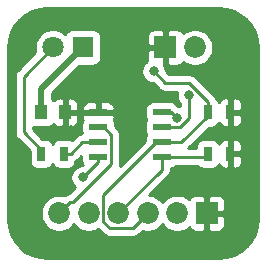
<source format=gbr>
G04 #@! TF.GenerationSoftware,KiCad,Pcbnew,5.1.4*
G04 #@! TF.CreationDate,2019-08-11T23:13:52-05:00*
G04 #@! TF.ProjectId,pic12f-garage-door,70696331-3266-42d6-9761-726167652d64,rev?*
G04 #@! TF.SameCoordinates,Original*
G04 #@! TF.FileFunction,Copper,L1,Top*
G04 #@! TF.FilePolarity,Positive*
%FSLAX46Y46*%
G04 Gerber Fmt 4.6, Leading zero omitted, Abs format (unit mm)*
G04 Created by KiCad (PCBNEW 5.1.4) date 2019-08-11 23:13:52*
%MOMM*%
%LPD*%
G04 APERTURE LIST*
%ADD10R,1.850000X1.850000*%
%ADD11C,1.850000*%
%ADD12R,1.550000X0.600000*%
%ADD13R,0.700000X1.300000*%
%ADD14R,1.800000X1.800000*%
%ADD15C,1.800000*%
%ADD16R,1.000000X1.250000*%
%ADD17C,0.800000*%
%ADD18C,0.500000*%
%ADD19C,0.250000*%
%ADD20C,0.254000*%
G04 APERTURE END LIST*
D10*
X120000000Y-50000000D03*
D11*
X122500000Y-50000000D03*
D10*
X123500000Y-64033400D03*
D11*
X121000000Y-64033400D03*
X118500000Y-64033400D03*
X116000000Y-64033400D03*
X113500000Y-64033400D03*
X111000000Y-64033400D03*
D12*
X114300000Y-55500000D03*
X114300000Y-56770000D03*
X114300000Y-58040000D03*
X114300000Y-59310000D03*
X119700000Y-59310000D03*
X119700000Y-58040000D03*
X119700000Y-56770000D03*
X119700000Y-55500000D03*
D13*
X109500000Y-59000000D03*
X111400000Y-59000000D03*
X123600000Y-59000000D03*
X125500000Y-59000000D03*
X123600000Y-55500000D03*
X125500000Y-55500000D03*
D14*
X113000000Y-50000000D03*
D15*
X110460000Y-50000000D03*
D16*
X109500000Y-55500000D03*
X111500000Y-55500000D03*
D17*
X120987347Y-55987347D03*
X112000000Y-57000000D03*
X113000000Y-61000000D03*
X121987347Y-54012653D03*
X119000000Y-52000000D03*
D18*
X109500000Y-53500000D02*
X113000000Y-50000000D01*
X109500000Y-55500000D02*
X109500000Y-53500000D01*
D19*
X119700000Y-55500000D02*
X120500000Y-55500000D01*
X120500000Y-55500000D02*
X120987347Y-55987347D01*
X109500000Y-58700000D02*
X108000000Y-57200000D01*
X109500000Y-59000000D02*
X109500000Y-58700000D01*
X108000000Y-52460000D02*
X110460000Y-50000000D01*
X108000000Y-57200000D02*
X108000000Y-52460000D01*
X114300000Y-59310000D02*
X114300000Y-59700000D01*
X114300000Y-59700000D02*
X113000000Y-61000000D01*
X119225000Y-56770000D02*
X119700000Y-56770000D01*
X120175000Y-56770000D02*
X119700000Y-56770000D01*
X119700000Y-56770000D02*
X120303002Y-56770000D01*
X122000000Y-55073002D02*
X122000000Y-54926998D01*
X122000000Y-54025306D02*
X121987347Y-54012653D01*
X119700000Y-56770000D02*
X121230000Y-56770000D01*
X121987347Y-56012653D02*
X121987347Y-54012653D01*
X121230000Y-56770000D02*
X121987347Y-56012653D01*
X123472000Y-55372000D02*
X123600000Y-55500000D01*
X117249999Y-65283401D02*
X115283401Y-65283401D01*
X118500000Y-64033400D02*
X117249999Y-65283401D01*
X114750000Y-62515000D02*
X119225000Y-58040000D01*
X119225000Y-58040000D02*
X119700000Y-58040000D01*
X114750000Y-64750000D02*
X114750000Y-62515000D01*
X115283401Y-65283401D02*
X114750000Y-64750000D01*
X119000000Y-52000000D02*
X120000000Y-53000000D01*
X120000000Y-53000000D02*
X122000000Y-53000000D01*
X123600000Y-54600000D02*
X123600000Y-55500000D01*
X122000000Y-53000000D02*
X123600000Y-54600000D01*
X119700000Y-58040000D02*
X120175000Y-58040000D01*
X123600000Y-55800000D02*
X123600000Y-55500000D01*
X121360000Y-58040000D02*
X123600000Y-55800000D01*
X119700000Y-58040000D02*
X121360000Y-58040000D01*
X123290000Y-59310000D02*
X123600000Y-59000000D01*
X119700000Y-59310000D02*
X123290000Y-59310000D01*
X119700000Y-60333400D02*
X119700000Y-59310000D01*
X116000000Y-64033400D02*
X119700000Y-60333400D01*
X115400001Y-57395001D02*
X114775000Y-56770000D01*
X114775000Y-56770000D02*
X114300000Y-56770000D01*
X115400001Y-59870001D02*
X115400001Y-57395001D01*
X112161601Y-63108401D02*
X115400001Y-59870001D01*
X111924999Y-63108401D02*
X112161601Y-63108401D01*
X111000000Y-64033400D02*
X111924999Y-63108401D01*
X112960000Y-58040000D02*
X113275000Y-58040000D01*
X113275000Y-58040000D02*
X114300000Y-58040000D01*
X112000000Y-59000000D02*
X112960000Y-58040000D01*
X111400000Y-59000000D02*
X112000000Y-59000000D01*
D20*
G36*
X125148126Y-46726714D02*
G01*
X125771572Y-46914943D01*
X126346579Y-47220681D01*
X126851247Y-47632279D01*
X127266362Y-48134067D01*
X127576105Y-48706924D01*
X127768682Y-49329039D01*
X127840001Y-50007593D01*
X127840000Y-52467581D01*
X127840000Y-52467582D01*
X127840001Y-64467711D01*
X127773286Y-65148126D01*
X127585057Y-65771570D01*
X127279323Y-66346573D01*
X126867721Y-66851248D01*
X126365933Y-67266362D01*
X125793077Y-67576104D01*
X125170961Y-67768682D01*
X124492417Y-67840000D01*
X110032279Y-67840000D01*
X109351874Y-67773286D01*
X108728430Y-67585057D01*
X108153427Y-67279323D01*
X107648752Y-66867721D01*
X107233638Y-66365933D01*
X106923896Y-65793077D01*
X106731318Y-65170961D01*
X106660000Y-64492417D01*
X106660000Y-52460000D01*
X107236324Y-52460000D01*
X107240001Y-52497332D01*
X107240000Y-57162677D01*
X107236324Y-57200000D01*
X107240000Y-57237322D01*
X107240000Y-57237332D01*
X107250997Y-57348985D01*
X107264956Y-57395001D01*
X107294454Y-57492246D01*
X107365026Y-57624276D01*
X107393936Y-57659502D01*
X107459999Y-57740001D01*
X107489003Y-57763804D01*
X108511928Y-58786730D01*
X108511928Y-59650000D01*
X108524188Y-59774482D01*
X108560498Y-59894180D01*
X108619463Y-60004494D01*
X108698815Y-60101185D01*
X108795506Y-60180537D01*
X108905820Y-60239502D01*
X109025518Y-60275812D01*
X109150000Y-60288072D01*
X109850000Y-60288072D01*
X109974482Y-60275812D01*
X110094180Y-60239502D01*
X110204494Y-60180537D01*
X110301185Y-60101185D01*
X110380537Y-60004494D01*
X110439502Y-59894180D01*
X110450000Y-59859573D01*
X110460498Y-59894180D01*
X110519463Y-60004494D01*
X110598815Y-60101185D01*
X110695506Y-60180537D01*
X110805820Y-60239502D01*
X110925518Y-60275812D01*
X111050000Y-60288072D01*
X111750000Y-60288072D01*
X111874482Y-60275812D01*
X111994180Y-60239502D01*
X112104494Y-60180537D01*
X112201185Y-60101185D01*
X112280537Y-60004494D01*
X112339502Y-59894180D01*
X112375812Y-59774482D01*
X112387622Y-59654566D01*
X112424276Y-59634974D01*
X112540001Y-59540001D01*
X112563804Y-59510998D01*
X112886928Y-59187873D01*
X112886928Y-59610000D01*
X112899188Y-59734482D01*
X112935498Y-59854180D01*
X112982704Y-59942495D01*
X112960199Y-59965000D01*
X112898061Y-59965000D01*
X112698102Y-60004774D01*
X112509744Y-60082795D01*
X112340226Y-60196063D01*
X112196063Y-60340226D01*
X112082795Y-60509744D01*
X112004774Y-60698102D01*
X111965000Y-60898061D01*
X111965000Y-61101939D01*
X112004774Y-61301898D01*
X112082795Y-61490256D01*
X112196063Y-61659774D01*
X112340226Y-61803937D01*
X112370821Y-61824380D01*
X111842335Y-62352866D01*
X111776013Y-62359398D01*
X111632752Y-62402855D01*
X111500722Y-62473427D01*
X111433038Y-62528974D01*
X111153647Y-62473400D01*
X110846353Y-62473400D01*
X110544965Y-62533350D01*
X110261063Y-62650946D01*
X110005558Y-62821669D01*
X109788269Y-63038958D01*
X109617546Y-63294463D01*
X109499950Y-63578365D01*
X109440000Y-63879753D01*
X109440000Y-64187047D01*
X109499950Y-64488435D01*
X109617546Y-64772337D01*
X109788269Y-65027842D01*
X110005558Y-65245131D01*
X110261063Y-65415854D01*
X110544965Y-65533450D01*
X110846353Y-65593400D01*
X111153647Y-65593400D01*
X111455035Y-65533450D01*
X111738937Y-65415854D01*
X111994442Y-65245131D01*
X112211731Y-65027842D01*
X112250000Y-64970568D01*
X112288269Y-65027842D01*
X112505558Y-65245131D01*
X112761063Y-65415854D01*
X113044965Y-65533450D01*
X113346353Y-65593400D01*
X113653647Y-65593400D01*
X113955035Y-65533450D01*
X114238937Y-65415854D01*
X114300151Y-65374952D01*
X114719601Y-65794403D01*
X114743400Y-65823402D01*
X114772398Y-65847200D01*
X114859124Y-65918375D01*
X114976425Y-65981074D01*
X114991154Y-65988947D01*
X115134415Y-66032404D01*
X115246068Y-66043401D01*
X115246078Y-66043401D01*
X115283401Y-66047077D01*
X115320724Y-66043401D01*
X117212677Y-66043401D01*
X117249999Y-66047077D01*
X117287321Y-66043401D01*
X117287332Y-66043401D01*
X117398985Y-66032404D01*
X117542246Y-65988947D01*
X117674275Y-65918375D01*
X117790000Y-65823402D01*
X117813803Y-65794398D01*
X118069809Y-65538392D01*
X118346353Y-65593400D01*
X118653647Y-65593400D01*
X118955035Y-65533450D01*
X119238937Y-65415854D01*
X119494442Y-65245131D01*
X119711731Y-65027842D01*
X119750000Y-64970568D01*
X119788269Y-65027842D01*
X120005558Y-65245131D01*
X120261063Y-65415854D01*
X120544965Y-65533450D01*
X120846353Y-65593400D01*
X121153647Y-65593400D01*
X121455035Y-65533450D01*
X121738937Y-65415854D01*
X121994442Y-65245131D01*
X122003435Y-65236138D01*
X122044463Y-65312894D01*
X122123815Y-65409585D01*
X122220506Y-65488937D01*
X122330820Y-65547902D01*
X122450518Y-65584212D01*
X122575000Y-65596472D01*
X123214250Y-65593400D01*
X123373000Y-65434650D01*
X123373000Y-64160400D01*
X123627000Y-64160400D01*
X123627000Y-65434650D01*
X123785750Y-65593400D01*
X124425000Y-65596472D01*
X124549482Y-65584212D01*
X124669180Y-65547902D01*
X124779494Y-65488937D01*
X124876185Y-65409585D01*
X124955537Y-65312894D01*
X125014502Y-65202580D01*
X125050812Y-65082882D01*
X125063072Y-64958400D01*
X125060000Y-64319150D01*
X124901250Y-64160400D01*
X123627000Y-64160400D01*
X123373000Y-64160400D01*
X123353000Y-64160400D01*
X123353000Y-63906400D01*
X123373000Y-63906400D01*
X123373000Y-62632150D01*
X123627000Y-62632150D01*
X123627000Y-63906400D01*
X124901250Y-63906400D01*
X125060000Y-63747650D01*
X125063072Y-63108400D01*
X125050812Y-62983918D01*
X125014502Y-62864220D01*
X124955537Y-62753906D01*
X124876185Y-62657215D01*
X124779494Y-62577863D01*
X124669180Y-62518898D01*
X124549482Y-62482588D01*
X124425000Y-62470328D01*
X123785750Y-62473400D01*
X123627000Y-62632150D01*
X123373000Y-62632150D01*
X123214250Y-62473400D01*
X122575000Y-62470328D01*
X122450518Y-62482588D01*
X122330820Y-62518898D01*
X122220506Y-62577863D01*
X122123815Y-62657215D01*
X122044463Y-62753906D01*
X122003435Y-62830662D01*
X121994442Y-62821669D01*
X121738937Y-62650946D01*
X121455035Y-62533350D01*
X121153647Y-62473400D01*
X120846353Y-62473400D01*
X120544965Y-62533350D01*
X120261063Y-62650946D01*
X120005558Y-62821669D01*
X119788269Y-63038958D01*
X119750000Y-63096232D01*
X119711731Y-63038958D01*
X119494442Y-62821669D01*
X119238937Y-62650946D01*
X118955035Y-62533350D01*
X118653647Y-62473400D01*
X118634802Y-62473400D01*
X120211004Y-60897198D01*
X120240001Y-60873401D01*
X120334974Y-60757676D01*
X120405546Y-60625647D01*
X120449003Y-60482386D01*
X120460000Y-60370733D01*
X120460000Y-60370724D01*
X120463676Y-60333401D01*
X120460000Y-60296078D01*
X120460000Y-60248072D01*
X120475000Y-60248072D01*
X120599482Y-60235812D01*
X120719180Y-60199502D01*
X120829494Y-60140537D01*
X120915444Y-60070000D01*
X122773222Y-60070000D01*
X122798815Y-60101185D01*
X122895506Y-60180537D01*
X123005820Y-60239502D01*
X123125518Y-60275812D01*
X123250000Y-60288072D01*
X123950000Y-60288072D01*
X124074482Y-60275812D01*
X124194180Y-60239502D01*
X124304494Y-60180537D01*
X124401185Y-60101185D01*
X124480537Y-60004494D01*
X124539502Y-59894180D01*
X124550000Y-59859573D01*
X124560498Y-59894180D01*
X124619463Y-60004494D01*
X124698815Y-60101185D01*
X124795506Y-60180537D01*
X124905820Y-60239502D01*
X125025518Y-60275812D01*
X125150000Y-60288072D01*
X125214250Y-60285000D01*
X125373000Y-60126250D01*
X125373000Y-59127000D01*
X125627000Y-59127000D01*
X125627000Y-60126250D01*
X125785750Y-60285000D01*
X125850000Y-60288072D01*
X125974482Y-60275812D01*
X126094180Y-60239502D01*
X126204494Y-60180537D01*
X126301185Y-60101185D01*
X126380537Y-60004494D01*
X126439502Y-59894180D01*
X126475812Y-59774482D01*
X126488072Y-59650000D01*
X126485000Y-59285750D01*
X126326250Y-59127000D01*
X125627000Y-59127000D01*
X125373000Y-59127000D01*
X125353000Y-59127000D01*
X125353000Y-58873000D01*
X125373000Y-58873000D01*
X125373000Y-57873750D01*
X125627000Y-57873750D01*
X125627000Y-58873000D01*
X126326250Y-58873000D01*
X126485000Y-58714250D01*
X126488072Y-58350000D01*
X126475812Y-58225518D01*
X126439502Y-58105820D01*
X126380537Y-57995506D01*
X126301185Y-57898815D01*
X126204494Y-57819463D01*
X126094180Y-57760498D01*
X125974482Y-57724188D01*
X125850000Y-57711928D01*
X125785750Y-57715000D01*
X125627000Y-57873750D01*
X125373000Y-57873750D01*
X125214250Y-57715000D01*
X125150000Y-57711928D01*
X125025518Y-57724188D01*
X124905820Y-57760498D01*
X124795506Y-57819463D01*
X124698815Y-57898815D01*
X124619463Y-57995506D01*
X124560498Y-58105820D01*
X124550000Y-58140427D01*
X124539502Y-58105820D01*
X124480537Y-57995506D01*
X124401185Y-57898815D01*
X124304494Y-57819463D01*
X124194180Y-57760498D01*
X124074482Y-57724188D01*
X123950000Y-57711928D01*
X123250000Y-57711928D01*
X123125518Y-57724188D01*
X123005820Y-57760498D01*
X122895506Y-57819463D01*
X122798815Y-57898815D01*
X122719463Y-57995506D01*
X122660498Y-58105820D01*
X122624188Y-58225518D01*
X122611928Y-58350000D01*
X122611928Y-58550000D01*
X121924801Y-58550000D01*
X123686731Y-56788072D01*
X123950000Y-56788072D01*
X124074482Y-56775812D01*
X124194180Y-56739502D01*
X124304494Y-56680537D01*
X124401185Y-56601185D01*
X124480537Y-56504494D01*
X124539502Y-56394180D01*
X124550000Y-56359573D01*
X124560498Y-56394180D01*
X124619463Y-56504494D01*
X124698815Y-56601185D01*
X124795506Y-56680537D01*
X124905820Y-56739502D01*
X125025518Y-56775812D01*
X125150000Y-56788072D01*
X125214250Y-56785000D01*
X125373000Y-56626250D01*
X125373000Y-55627000D01*
X125627000Y-55627000D01*
X125627000Y-56626250D01*
X125785750Y-56785000D01*
X125850000Y-56788072D01*
X125974482Y-56775812D01*
X126094180Y-56739502D01*
X126204494Y-56680537D01*
X126301185Y-56601185D01*
X126380537Y-56504494D01*
X126439502Y-56394180D01*
X126475812Y-56274482D01*
X126488072Y-56150000D01*
X126485000Y-55785750D01*
X126326250Y-55627000D01*
X125627000Y-55627000D01*
X125373000Y-55627000D01*
X125353000Y-55627000D01*
X125353000Y-55373000D01*
X125373000Y-55373000D01*
X125373000Y-54373750D01*
X125627000Y-54373750D01*
X125627000Y-55373000D01*
X126326250Y-55373000D01*
X126485000Y-55214250D01*
X126488072Y-54850000D01*
X126475812Y-54725518D01*
X126439502Y-54605820D01*
X126380537Y-54495506D01*
X126301185Y-54398815D01*
X126204494Y-54319463D01*
X126094180Y-54260498D01*
X125974482Y-54224188D01*
X125850000Y-54211928D01*
X125785750Y-54215000D01*
X125627000Y-54373750D01*
X125373000Y-54373750D01*
X125214250Y-54215000D01*
X125150000Y-54211928D01*
X125025518Y-54224188D01*
X124905820Y-54260498D01*
X124795506Y-54319463D01*
X124698815Y-54398815D01*
X124619463Y-54495506D01*
X124560498Y-54605820D01*
X124550000Y-54640427D01*
X124539502Y-54605820D01*
X124480537Y-54495506D01*
X124401185Y-54398815D01*
X124310624Y-54324494D01*
X124305546Y-54307753D01*
X124234974Y-54175724D01*
X124140001Y-54059999D01*
X124111004Y-54036202D01*
X122563804Y-52489003D01*
X122540001Y-52459999D01*
X122424276Y-52365026D01*
X122292247Y-52294454D01*
X122148986Y-52250997D01*
X122037333Y-52240000D01*
X122037322Y-52240000D01*
X122000000Y-52236324D01*
X121962678Y-52240000D01*
X120314802Y-52240000D01*
X120035000Y-51960199D01*
X120035000Y-51898061D01*
X119995226Y-51698102D01*
X119917205Y-51509744D01*
X119856042Y-51418208D01*
X119873000Y-51401250D01*
X119873000Y-50127000D01*
X118598750Y-50127000D01*
X118440000Y-50285750D01*
X118436928Y-50925000D01*
X118449188Y-51049482D01*
X118467796Y-51110824D01*
X118340226Y-51196063D01*
X118196063Y-51340226D01*
X118082795Y-51509744D01*
X118004774Y-51698102D01*
X117965000Y-51898061D01*
X117965000Y-52101939D01*
X118004774Y-52301898D01*
X118082795Y-52490256D01*
X118196063Y-52659774D01*
X118340226Y-52803937D01*
X118509744Y-52917205D01*
X118698102Y-52995226D01*
X118898061Y-53035000D01*
X118960199Y-53035000D01*
X119436200Y-53511002D01*
X119459999Y-53540001D01*
X119488997Y-53563799D01*
X119575724Y-53634974D01*
X119707753Y-53705546D01*
X119851014Y-53749003D01*
X120000000Y-53763677D01*
X120037333Y-53760000D01*
X120982326Y-53760000D01*
X120952347Y-53910714D01*
X120952347Y-54114592D01*
X120992121Y-54314551D01*
X121070142Y-54502909D01*
X121183410Y-54672427D01*
X121227348Y-54716365D01*
X121227348Y-54979809D01*
X121089286Y-54952347D01*
X121062646Y-54952347D01*
X121005537Y-54845506D01*
X120926185Y-54748815D01*
X120829494Y-54669463D01*
X120719180Y-54610498D01*
X120599482Y-54574188D01*
X120475000Y-54561928D01*
X118925000Y-54561928D01*
X118800518Y-54574188D01*
X118680820Y-54610498D01*
X118570506Y-54669463D01*
X118473815Y-54748815D01*
X118394463Y-54845506D01*
X118335498Y-54955820D01*
X118299188Y-55075518D01*
X118286928Y-55200000D01*
X118286928Y-55800000D01*
X118299188Y-55924482D01*
X118335498Y-56044180D01*
X118384043Y-56135000D01*
X118335498Y-56225820D01*
X118299188Y-56345518D01*
X118286928Y-56470000D01*
X118286928Y-57070000D01*
X118299188Y-57194482D01*
X118335498Y-57314180D01*
X118384043Y-57405000D01*
X118335498Y-57495820D01*
X118299188Y-57615518D01*
X118286928Y-57740000D01*
X118286928Y-57903270D01*
X116139334Y-60050864D01*
X116149004Y-60018987D01*
X116160001Y-59907334D01*
X116160001Y-59907325D01*
X116163677Y-59870002D01*
X116160001Y-59832679D01*
X116160001Y-57432324D01*
X116163677Y-57395001D01*
X116160001Y-57357678D01*
X116160001Y-57357668D01*
X116149004Y-57246015D01*
X116105547Y-57102754D01*
X116041308Y-56982573D01*
X116034975Y-56970724D01*
X115963800Y-56883998D01*
X115940002Y-56855000D01*
X115911003Y-56831201D01*
X115713072Y-56633270D01*
X115713072Y-56470000D01*
X115700812Y-56345518D01*
X115664502Y-56225820D01*
X115615957Y-56135000D01*
X115664502Y-56044180D01*
X115700812Y-55924482D01*
X115713072Y-55800000D01*
X115710000Y-55785750D01*
X115551250Y-55627000D01*
X114427000Y-55627000D01*
X114427000Y-55647000D01*
X114173000Y-55647000D01*
X114173000Y-55627000D01*
X113048750Y-55627000D01*
X112890000Y-55785750D01*
X112886928Y-55800000D01*
X112899188Y-55924482D01*
X112935498Y-56044180D01*
X112984043Y-56135000D01*
X112935498Y-56225820D01*
X112899188Y-56345518D01*
X112886928Y-56470000D01*
X112886928Y-57070000D01*
X112899188Y-57194482D01*
X112925058Y-57279765D01*
X112922677Y-57280000D01*
X112922667Y-57280000D01*
X112811014Y-57290997D01*
X112669912Y-57333799D01*
X112667753Y-57334454D01*
X112535723Y-57405026D01*
X112452083Y-57473668D01*
X112419999Y-57499999D01*
X112396201Y-57528997D01*
X112105176Y-57820023D01*
X112104494Y-57819463D01*
X111994180Y-57760498D01*
X111874482Y-57724188D01*
X111750000Y-57711928D01*
X111050000Y-57711928D01*
X110925518Y-57724188D01*
X110805820Y-57760498D01*
X110695506Y-57819463D01*
X110598815Y-57898815D01*
X110519463Y-57995506D01*
X110460498Y-58105820D01*
X110450000Y-58140427D01*
X110439502Y-58105820D01*
X110380537Y-57995506D01*
X110301185Y-57898815D01*
X110204494Y-57819463D01*
X110094180Y-57760498D01*
X109974482Y-57724188D01*
X109850000Y-57711928D01*
X109586730Y-57711928D01*
X108760000Y-56885199D01*
X108760000Y-56715770D01*
X108875518Y-56750812D01*
X109000000Y-56763072D01*
X110000000Y-56763072D01*
X110124482Y-56750812D01*
X110244180Y-56714502D01*
X110354494Y-56655537D01*
X110451185Y-56576185D01*
X110500000Y-56516704D01*
X110548815Y-56576185D01*
X110645506Y-56655537D01*
X110755820Y-56714502D01*
X110875518Y-56750812D01*
X111000000Y-56763072D01*
X111214250Y-56760000D01*
X111373000Y-56601250D01*
X111373000Y-55627000D01*
X111627000Y-55627000D01*
X111627000Y-56601250D01*
X111785750Y-56760000D01*
X112000000Y-56763072D01*
X112124482Y-56750812D01*
X112244180Y-56714502D01*
X112354494Y-56655537D01*
X112451185Y-56576185D01*
X112530537Y-56479494D01*
X112589502Y-56369180D01*
X112625812Y-56249482D01*
X112638072Y-56125000D01*
X112635000Y-55785750D01*
X112476250Y-55627000D01*
X111627000Y-55627000D01*
X111373000Y-55627000D01*
X111353000Y-55627000D01*
X111353000Y-55373000D01*
X111373000Y-55373000D01*
X111373000Y-54398750D01*
X111627000Y-54398750D01*
X111627000Y-55373000D01*
X112476250Y-55373000D01*
X112635000Y-55214250D01*
X112635129Y-55200000D01*
X112886928Y-55200000D01*
X112890000Y-55214250D01*
X113048750Y-55373000D01*
X114173000Y-55373000D01*
X114173000Y-54723750D01*
X114427000Y-54723750D01*
X114427000Y-55373000D01*
X115551250Y-55373000D01*
X115710000Y-55214250D01*
X115713072Y-55200000D01*
X115700812Y-55075518D01*
X115664502Y-54955820D01*
X115605537Y-54845506D01*
X115526185Y-54748815D01*
X115429494Y-54669463D01*
X115319180Y-54610498D01*
X115199482Y-54574188D01*
X115075000Y-54561928D01*
X114585750Y-54565000D01*
X114427000Y-54723750D01*
X114173000Y-54723750D01*
X114014250Y-54565000D01*
X113525000Y-54561928D01*
X113400518Y-54574188D01*
X113280820Y-54610498D01*
X113170506Y-54669463D01*
X113073815Y-54748815D01*
X112994463Y-54845506D01*
X112935498Y-54955820D01*
X112899188Y-55075518D01*
X112886928Y-55200000D01*
X112635129Y-55200000D01*
X112638072Y-54875000D01*
X112625812Y-54750518D01*
X112589502Y-54630820D01*
X112530537Y-54520506D01*
X112451185Y-54423815D01*
X112354494Y-54344463D01*
X112244180Y-54285498D01*
X112124482Y-54249188D01*
X112000000Y-54236928D01*
X111785750Y-54240000D01*
X111627000Y-54398750D01*
X111373000Y-54398750D01*
X111214250Y-54240000D01*
X111000000Y-54236928D01*
X110875518Y-54249188D01*
X110755820Y-54285498D01*
X110645506Y-54344463D01*
X110548815Y-54423815D01*
X110500000Y-54483296D01*
X110451185Y-54423815D01*
X110385000Y-54369499D01*
X110385000Y-53866578D01*
X112713507Y-51538072D01*
X113900000Y-51538072D01*
X114024482Y-51525812D01*
X114144180Y-51489502D01*
X114254494Y-51430537D01*
X114351185Y-51351185D01*
X114430537Y-51254494D01*
X114489502Y-51144180D01*
X114525812Y-51024482D01*
X114538072Y-50900000D01*
X114538072Y-49100000D01*
X114535610Y-49075000D01*
X118436928Y-49075000D01*
X118440000Y-49714250D01*
X118598750Y-49873000D01*
X119873000Y-49873000D01*
X119873000Y-48598750D01*
X120127000Y-48598750D01*
X120127000Y-49873000D01*
X120147000Y-49873000D01*
X120147000Y-50127000D01*
X120127000Y-50127000D01*
X120127000Y-51401250D01*
X120285750Y-51560000D01*
X120925000Y-51563072D01*
X121049482Y-51550812D01*
X121169180Y-51514502D01*
X121279494Y-51455537D01*
X121376185Y-51376185D01*
X121455537Y-51279494D01*
X121496565Y-51202738D01*
X121505558Y-51211731D01*
X121761063Y-51382454D01*
X122044965Y-51500050D01*
X122346353Y-51560000D01*
X122653647Y-51560000D01*
X122955035Y-51500050D01*
X123238937Y-51382454D01*
X123494442Y-51211731D01*
X123711731Y-50994442D01*
X123882454Y-50738937D01*
X124000050Y-50455035D01*
X124060000Y-50153647D01*
X124060000Y-49846353D01*
X124000050Y-49544965D01*
X123882454Y-49261063D01*
X123711731Y-49005558D01*
X123494442Y-48788269D01*
X123238937Y-48617546D01*
X122955035Y-48499950D01*
X122653647Y-48440000D01*
X122346353Y-48440000D01*
X122044965Y-48499950D01*
X121761063Y-48617546D01*
X121505558Y-48788269D01*
X121496565Y-48797262D01*
X121455537Y-48720506D01*
X121376185Y-48623815D01*
X121279494Y-48544463D01*
X121169180Y-48485498D01*
X121049482Y-48449188D01*
X120925000Y-48436928D01*
X120285750Y-48440000D01*
X120127000Y-48598750D01*
X119873000Y-48598750D01*
X119714250Y-48440000D01*
X119075000Y-48436928D01*
X118950518Y-48449188D01*
X118830820Y-48485498D01*
X118720506Y-48544463D01*
X118623815Y-48623815D01*
X118544463Y-48720506D01*
X118485498Y-48830820D01*
X118449188Y-48950518D01*
X118436928Y-49075000D01*
X114535610Y-49075000D01*
X114525812Y-48975518D01*
X114489502Y-48855820D01*
X114430537Y-48745506D01*
X114351185Y-48648815D01*
X114254494Y-48569463D01*
X114144180Y-48510498D01*
X114024482Y-48474188D01*
X113900000Y-48461928D01*
X112100000Y-48461928D01*
X111975518Y-48474188D01*
X111855820Y-48510498D01*
X111745506Y-48569463D01*
X111648815Y-48648815D01*
X111569463Y-48745506D01*
X111510498Y-48855820D01*
X111504944Y-48874127D01*
X111438505Y-48807688D01*
X111187095Y-48639701D01*
X110907743Y-48523989D01*
X110611184Y-48465000D01*
X110308816Y-48465000D01*
X110012257Y-48523989D01*
X109732905Y-48639701D01*
X109481495Y-48807688D01*
X109267688Y-49021495D01*
X109099701Y-49272905D01*
X108983989Y-49552257D01*
X108925000Y-49848816D01*
X108925000Y-50151184D01*
X108976269Y-50408930D01*
X107488998Y-51896201D01*
X107460000Y-51919999D01*
X107436202Y-51948997D01*
X107436201Y-51948998D01*
X107365026Y-52035724D01*
X107294454Y-52167754D01*
X107272539Y-52240000D01*
X107250998Y-52311014D01*
X107240001Y-52422667D01*
X107236324Y-52460000D01*
X106660000Y-52460000D01*
X106660000Y-50032278D01*
X106726714Y-49351874D01*
X106914943Y-48728428D01*
X107220681Y-48153421D01*
X107632279Y-47648753D01*
X108134067Y-47233638D01*
X108706924Y-46923895D01*
X109329039Y-46731318D01*
X110007584Y-46660000D01*
X124467722Y-46660000D01*
X125148126Y-46726714D01*
X125148126Y-46726714D01*
G37*
X125148126Y-46726714D02*
X125771572Y-46914943D01*
X126346579Y-47220681D01*
X126851247Y-47632279D01*
X127266362Y-48134067D01*
X127576105Y-48706924D01*
X127768682Y-49329039D01*
X127840001Y-50007593D01*
X127840000Y-52467581D01*
X127840000Y-52467582D01*
X127840001Y-64467711D01*
X127773286Y-65148126D01*
X127585057Y-65771570D01*
X127279323Y-66346573D01*
X126867721Y-66851248D01*
X126365933Y-67266362D01*
X125793077Y-67576104D01*
X125170961Y-67768682D01*
X124492417Y-67840000D01*
X110032279Y-67840000D01*
X109351874Y-67773286D01*
X108728430Y-67585057D01*
X108153427Y-67279323D01*
X107648752Y-66867721D01*
X107233638Y-66365933D01*
X106923896Y-65793077D01*
X106731318Y-65170961D01*
X106660000Y-64492417D01*
X106660000Y-52460000D01*
X107236324Y-52460000D01*
X107240001Y-52497332D01*
X107240000Y-57162677D01*
X107236324Y-57200000D01*
X107240000Y-57237322D01*
X107240000Y-57237332D01*
X107250997Y-57348985D01*
X107264956Y-57395001D01*
X107294454Y-57492246D01*
X107365026Y-57624276D01*
X107393936Y-57659502D01*
X107459999Y-57740001D01*
X107489003Y-57763804D01*
X108511928Y-58786730D01*
X108511928Y-59650000D01*
X108524188Y-59774482D01*
X108560498Y-59894180D01*
X108619463Y-60004494D01*
X108698815Y-60101185D01*
X108795506Y-60180537D01*
X108905820Y-60239502D01*
X109025518Y-60275812D01*
X109150000Y-60288072D01*
X109850000Y-60288072D01*
X109974482Y-60275812D01*
X110094180Y-60239502D01*
X110204494Y-60180537D01*
X110301185Y-60101185D01*
X110380537Y-60004494D01*
X110439502Y-59894180D01*
X110450000Y-59859573D01*
X110460498Y-59894180D01*
X110519463Y-60004494D01*
X110598815Y-60101185D01*
X110695506Y-60180537D01*
X110805820Y-60239502D01*
X110925518Y-60275812D01*
X111050000Y-60288072D01*
X111750000Y-60288072D01*
X111874482Y-60275812D01*
X111994180Y-60239502D01*
X112104494Y-60180537D01*
X112201185Y-60101185D01*
X112280537Y-60004494D01*
X112339502Y-59894180D01*
X112375812Y-59774482D01*
X112387622Y-59654566D01*
X112424276Y-59634974D01*
X112540001Y-59540001D01*
X112563804Y-59510998D01*
X112886928Y-59187873D01*
X112886928Y-59610000D01*
X112899188Y-59734482D01*
X112935498Y-59854180D01*
X112982704Y-59942495D01*
X112960199Y-59965000D01*
X112898061Y-59965000D01*
X112698102Y-60004774D01*
X112509744Y-60082795D01*
X112340226Y-60196063D01*
X112196063Y-60340226D01*
X112082795Y-60509744D01*
X112004774Y-60698102D01*
X111965000Y-60898061D01*
X111965000Y-61101939D01*
X112004774Y-61301898D01*
X112082795Y-61490256D01*
X112196063Y-61659774D01*
X112340226Y-61803937D01*
X112370821Y-61824380D01*
X111842335Y-62352866D01*
X111776013Y-62359398D01*
X111632752Y-62402855D01*
X111500722Y-62473427D01*
X111433038Y-62528974D01*
X111153647Y-62473400D01*
X110846353Y-62473400D01*
X110544965Y-62533350D01*
X110261063Y-62650946D01*
X110005558Y-62821669D01*
X109788269Y-63038958D01*
X109617546Y-63294463D01*
X109499950Y-63578365D01*
X109440000Y-63879753D01*
X109440000Y-64187047D01*
X109499950Y-64488435D01*
X109617546Y-64772337D01*
X109788269Y-65027842D01*
X110005558Y-65245131D01*
X110261063Y-65415854D01*
X110544965Y-65533450D01*
X110846353Y-65593400D01*
X111153647Y-65593400D01*
X111455035Y-65533450D01*
X111738937Y-65415854D01*
X111994442Y-65245131D01*
X112211731Y-65027842D01*
X112250000Y-64970568D01*
X112288269Y-65027842D01*
X112505558Y-65245131D01*
X112761063Y-65415854D01*
X113044965Y-65533450D01*
X113346353Y-65593400D01*
X113653647Y-65593400D01*
X113955035Y-65533450D01*
X114238937Y-65415854D01*
X114300151Y-65374952D01*
X114719601Y-65794403D01*
X114743400Y-65823402D01*
X114772398Y-65847200D01*
X114859124Y-65918375D01*
X114976425Y-65981074D01*
X114991154Y-65988947D01*
X115134415Y-66032404D01*
X115246068Y-66043401D01*
X115246078Y-66043401D01*
X115283401Y-66047077D01*
X115320724Y-66043401D01*
X117212677Y-66043401D01*
X117249999Y-66047077D01*
X117287321Y-66043401D01*
X117287332Y-66043401D01*
X117398985Y-66032404D01*
X117542246Y-65988947D01*
X117674275Y-65918375D01*
X117790000Y-65823402D01*
X117813803Y-65794398D01*
X118069809Y-65538392D01*
X118346353Y-65593400D01*
X118653647Y-65593400D01*
X118955035Y-65533450D01*
X119238937Y-65415854D01*
X119494442Y-65245131D01*
X119711731Y-65027842D01*
X119750000Y-64970568D01*
X119788269Y-65027842D01*
X120005558Y-65245131D01*
X120261063Y-65415854D01*
X120544965Y-65533450D01*
X120846353Y-65593400D01*
X121153647Y-65593400D01*
X121455035Y-65533450D01*
X121738937Y-65415854D01*
X121994442Y-65245131D01*
X122003435Y-65236138D01*
X122044463Y-65312894D01*
X122123815Y-65409585D01*
X122220506Y-65488937D01*
X122330820Y-65547902D01*
X122450518Y-65584212D01*
X122575000Y-65596472D01*
X123214250Y-65593400D01*
X123373000Y-65434650D01*
X123373000Y-64160400D01*
X123627000Y-64160400D01*
X123627000Y-65434650D01*
X123785750Y-65593400D01*
X124425000Y-65596472D01*
X124549482Y-65584212D01*
X124669180Y-65547902D01*
X124779494Y-65488937D01*
X124876185Y-65409585D01*
X124955537Y-65312894D01*
X125014502Y-65202580D01*
X125050812Y-65082882D01*
X125063072Y-64958400D01*
X125060000Y-64319150D01*
X124901250Y-64160400D01*
X123627000Y-64160400D01*
X123373000Y-64160400D01*
X123353000Y-64160400D01*
X123353000Y-63906400D01*
X123373000Y-63906400D01*
X123373000Y-62632150D01*
X123627000Y-62632150D01*
X123627000Y-63906400D01*
X124901250Y-63906400D01*
X125060000Y-63747650D01*
X125063072Y-63108400D01*
X125050812Y-62983918D01*
X125014502Y-62864220D01*
X124955537Y-62753906D01*
X124876185Y-62657215D01*
X124779494Y-62577863D01*
X124669180Y-62518898D01*
X124549482Y-62482588D01*
X124425000Y-62470328D01*
X123785750Y-62473400D01*
X123627000Y-62632150D01*
X123373000Y-62632150D01*
X123214250Y-62473400D01*
X122575000Y-62470328D01*
X122450518Y-62482588D01*
X122330820Y-62518898D01*
X122220506Y-62577863D01*
X122123815Y-62657215D01*
X122044463Y-62753906D01*
X122003435Y-62830662D01*
X121994442Y-62821669D01*
X121738937Y-62650946D01*
X121455035Y-62533350D01*
X121153647Y-62473400D01*
X120846353Y-62473400D01*
X120544965Y-62533350D01*
X120261063Y-62650946D01*
X120005558Y-62821669D01*
X119788269Y-63038958D01*
X119750000Y-63096232D01*
X119711731Y-63038958D01*
X119494442Y-62821669D01*
X119238937Y-62650946D01*
X118955035Y-62533350D01*
X118653647Y-62473400D01*
X118634802Y-62473400D01*
X120211004Y-60897198D01*
X120240001Y-60873401D01*
X120334974Y-60757676D01*
X120405546Y-60625647D01*
X120449003Y-60482386D01*
X120460000Y-60370733D01*
X120460000Y-60370724D01*
X120463676Y-60333401D01*
X120460000Y-60296078D01*
X120460000Y-60248072D01*
X120475000Y-60248072D01*
X120599482Y-60235812D01*
X120719180Y-60199502D01*
X120829494Y-60140537D01*
X120915444Y-60070000D01*
X122773222Y-60070000D01*
X122798815Y-60101185D01*
X122895506Y-60180537D01*
X123005820Y-60239502D01*
X123125518Y-60275812D01*
X123250000Y-60288072D01*
X123950000Y-60288072D01*
X124074482Y-60275812D01*
X124194180Y-60239502D01*
X124304494Y-60180537D01*
X124401185Y-60101185D01*
X124480537Y-60004494D01*
X124539502Y-59894180D01*
X124550000Y-59859573D01*
X124560498Y-59894180D01*
X124619463Y-60004494D01*
X124698815Y-60101185D01*
X124795506Y-60180537D01*
X124905820Y-60239502D01*
X125025518Y-60275812D01*
X125150000Y-60288072D01*
X125214250Y-60285000D01*
X125373000Y-60126250D01*
X125373000Y-59127000D01*
X125627000Y-59127000D01*
X125627000Y-60126250D01*
X125785750Y-60285000D01*
X125850000Y-60288072D01*
X125974482Y-60275812D01*
X126094180Y-60239502D01*
X126204494Y-60180537D01*
X126301185Y-60101185D01*
X126380537Y-60004494D01*
X126439502Y-59894180D01*
X126475812Y-59774482D01*
X126488072Y-59650000D01*
X126485000Y-59285750D01*
X126326250Y-59127000D01*
X125627000Y-59127000D01*
X125373000Y-59127000D01*
X125353000Y-59127000D01*
X125353000Y-58873000D01*
X125373000Y-58873000D01*
X125373000Y-57873750D01*
X125627000Y-57873750D01*
X125627000Y-58873000D01*
X126326250Y-58873000D01*
X126485000Y-58714250D01*
X126488072Y-58350000D01*
X126475812Y-58225518D01*
X126439502Y-58105820D01*
X126380537Y-57995506D01*
X126301185Y-57898815D01*
X126204494Y-57819463D01*
X126094180Y-57760498D01*
X125974482Y-57724188D01*
X125850000Y-57711928D01*
X125785750Y-57715000D01*
X125627000Y-57873750D01*
X125373000Y-57873750D01*
X125214250Y-57715000D01*
X125150000Y-57711928D01*
X125025518Y-57724188D01*
X124905820Y-57760498D01*
X124795506Y-57819463D01*
X124698815Y-57898815D01*
X124619463Y-57995506D01*
X124560498Y-58105820D01*
X124550000Y-58140427D01*
X124539502Y-58105820D01*
X124480537Y-57995506D01*
X124401185Y-57898815D01*
X124304494Y-57819463D01*
X124194180Y-57760498D01*
X124074482Y-57724188D01*
X123950000Y-57711928D01*
X123250000Y-57711928D01*
X123125518Y-57724188D01*
X123005820Y-57760498D01*
X122895506Y-57819463D01*
X122798815Y-57898815D01*
X122719463Y-57995506D01*
X122660498Y-58105820D01*
X122624188Y-58225518D01*
X122611928Y-58350000D01*
X122611928Y-58550000D01*
X121924801Y-58550000D01*
X123686731Y-56788072D01*
X123950000Y-56788072D01*
X124074482Y-56775812D01*
X124194180Y-56739502D01*
X124304494Y-56680537D01*
X124401185Y-56601185D01*
X124480537Y-56504494D01*
X124539502Y-56394180D01*
X124550000Y-56359573D01*
X124560498Y-56394180D01*
X124619463Y-56504494D01*
X124698815Y-56601185D01*
X124795506Y-56680537D01*
X124905820Y-56739502D01*
X125025518Y-56775812D01*
X125150000Y-56788072D01*
X125214250Y-56785000D01*
X125373000Y-56626250D01*
X125373000Y-55627000D01*
X125627000Y-55627000D01*
X125627000Y-56626250D01*
X125785750Y-56785000D01*
X125850000Y-56788072D01*
X125974482Y-56775812D01*
X126094180Y-56739502D01*
X126204494Y-56680537D01*
X126301185Y-56601185D01*
X126380537Y-56504494D01*
X126439502Y-56394180D01*
X126475812Y-56274482D01*
X126488072Y-56150000D01*
X126485000Y-55785750D01*
X126326250Y-55627000D01*
X125627000Y-55627000D01*
X125373000Y-55627000D01*
X125353000Y-55627000D01*
X125353000Y-55373000D01*
X125373000Y-55373000D01*
X125373000Y-54373750D01*
X125627000Y-54373750D01*
X125627000Y-55373000D01*
X126326250Y-55373000D01*
X126485000Y-55214250D01*
X126488072Y-54850000D01*
X126475812Y-54725518D01*
X126439502Y-54605820D01*
X126380537Y-54495506D01*
X126301185Y-54398815D01*
X126204494Y-54319463D01*
X126094180Y-54260498D01*
X125974482Y-54224188D01*
X125850000Y-54211928D01*
X125785750Y-54215000D01*
X125627000Y-54373750D01*
X125373000Y-54373750D01*
X125214250Y-54215000D01*
X125150000Y-54211928D01*
X125025518Y-54224188D01*
X124905820Y-54260498D01*
X124795506Y-54319463D01*
X124698815Y-54398815D01*
X124619463Y-54495506D01*
X124560498Y-54605820D01*
X124550000Y-54640427D01*
X124539502Y-54605820D01*
X124480537Y-54495506D01*
X124401185Y-54398815D01*
X124310624Y-54324494D01*
X124305546Y-54307753D01*
X124234974Y-54175724D01*
X124140001Y-54059999D01*
X124111004Y-54036202D01*
X122563804Y-52489003D01*
X122540001Y-52459999D01*
X122424276Y-52365026D01*
X122292247Y-52294454D01*
X122148986Y-52250997D01*
X122037333Y-52240000D01*
X122037322Y-52240000D01*
X122000000Y-52236324D01*
X121962678Y-52240000D01*
X120314802Y-52240000D01*
X120035000Y-51960199D01*
X120035000Y-51898061D01*
X119995226Y-51698102D01*
X119917205Y-51509744D01*
X119856042Y-51418208D01*
X119873000Y-51401250D01*
X119873000Y-50127000D01*
X118598750Y-50127000D01*
X118440000Y-50285750D01*
X118436928Y-50925000D01*
X118449188Y-51049482D01*
X118467796Y-51110824D01*
X118340226Y-51196063D01*
X118196063Y-51340226D01*
X118082795Y-51509744D01*
X118004774Y-51698102D01*
X117965000Y-51898061D01*
X117965000Y-52101939D01*
X118004774Y-52301898D01*
X118082795Y-52490256D01*
X118196063Y-52659774D01*
X118340226Y-52803937D01*
X118509744Y-52917205D01*
X118698102Y-52995226D01*
X118898061Y-53035000D01*
X118960199Y-53035000D01*
X119436200Y-53511002D01*
X119459999Y-53540001D01*
X119488997Y-53563799D01*
X119575724Y-53634974D01*
X119707753Y-53705546D01*
X119851014Y-53749003D01*
X120000000Y-53763677D01*
X120037333Y-53760000D01*
X120982326Y-53760000D01*
X120952347Y-53910714D01*
X120952347Y-54114592D01*
X120992121Y-54314551D01*
X121070142Y-54502909D01*
X121183410Y-54672427D01*
X121227348Y-54716365D01*
X121227348Y-54979809D01*
X121089286Y-54952347D01*
X121062646Y-54952347D01*
X121005537Y-54845506D01*
X120926185Y-54748815D01*
X120829494Y-54669463D01*
X120719180Y-54610498D01*
X120599482Y-54574188D01*
X120475000Y-54561928D01*
X118925000Y-54561928D01*
X118800518Y-54574188D01*
X118680820Y-54610498D01*
X118570506Y-54669463D01*
X118473815Y-54748815D01*
X118394463Y-54845506D01*
X118335498Y-54955820D01*
X118299188Y-55075518D01*
X118286928Y-55200000D01*
X118286928Y-55800000D01*
X118299188Y-55924482D01*
X118335498Y-56044180D01*
X118384043Y-56135000D01*
X118335498Y-56225820D01*
X118299188Y-56345518D01*
X118286928Y-56470000D01*
X118286928Y-57070000D01*
X118299188Y-57194482D01*
X118335498Y-57314180D01*
X118384043Y-57405000D01*
X118335498Y-57495820D01*
X118299188Y-57615518D01*
X118286928Y-57740000D01*
X118286928Y-57903270D01*
X116139334Y-60050864D01*
X116149004Y-60018987D01*
X116160001Y-59907334D01*
X116160001Y-59907325D01*
X116163677Y-59870002D01*
X116160001Y-59832679D01*
X116160001Y-57432324D01*
X116163677Y-57395001D01*
X116160001Y-57357678D01*
X116160001Y-57357668D01*
X116149004Y-57246015D01*
X116105547Y-57102754D01*
X116041308Y-56982573D01*
X116034975Y-56970724D01*
X115963800Y-56883998D01*
X115940002Y-56855000D01*
X115911003Y-56831201D01*
X115713072Y-56633270D01*
X115713072Y-56470000D01*
X115700812Y-56345518D01*
X115664502Y-56225820D01*
X115615957Y-56135000D01*
X115664502Y-56044180D01*
X115700812Y-55924482D01*
X115713072Y-55800000D01*
X115710000Y-55785750D01*
X115551250Y-55627000D01*
X114427000Y-55627000D01*
X114427000Y-55647000D01*
X114173000Y-55647000D01*
X114173000Y-55627000D01*
X113048750Y-55627000D01*
X112890000Y-55785750D01*
X112886928Y-55800000D01*
X112899188Y-55924482D01*
X112935498Y-56044180D01*
X112984043Y-56135000D01*
X112935498Y-56225820D01*
X112899188Y-56345518D01*
X112886928Y-56470000D01*
X112886928Y-57070000D01*
X112899188Y-57194482D01*
X112925058Y-57279765D01*
X112922677Y-57280000D01*
X112922667Y-57280000D01*
X112811014Y-57290997D01*
X112669912Y-57333799D01*
X112667753Y-57334454D01*
X112535723Y-57405026D01*
X112452083Y-57473668D01*
X112419999Y-57499999D01*
X112396201Y-57528997D01*
X112105176Y-57820023D01*
X112104494Y-57819463D01*
X111994180Y-57760498D01*
X111874482Y-57724188D01*
X111750000Y-57711928D01*
X111050000Y-57711928D01*
X110925518Y-57724188D01*
X110805820Y-57760498D01*
X110695506Y-57819463D01*
X110598815Y-57898815D01*
X110519463Y-57995506D01*
X110460498Y-58105820D01*
X110450000Y-58140427D01*
X110439502Y-58105820D01*
X110380537Y-57995506D01*
X110301185Y-57898815D01*
X110204494Y-57819463D01*
X110094180Y-57760498D01*
X109974482Y-57724188D01*
X109850000Y-57711928D01*
X109586730Y-57711928D01*
X108760000Y-56885199D01*
X108760000Y-56715770D01*
X108875518Y-56750812D01*
X109000000Y-56763072D01*
X110000000Y-56763072D01*
X110124482Y-56750812D01*
X110244180Y-56714502D01*
X110354494Y-56655537D01*
X110451185Y-56576185D01*
X110500000Y-56516704D01*
X110548815Y-56576185D01*
X110645506Y-56655537D01*
X110755820Y-56714502D01*
X110875518Y-56750812D01*
X111000000Y-56763072D01*
X111214250Y-56760000D01*
X111373000Y-56601250D01*
X111373000Y-55627000D01*
X111627000Y-55627000D01*
X111627000Y-56601250D01*
X111785750Y-56760000D01*
X112000000Y-56763072D01*
X112124482Y-56750812D01*
X112244180Y-56714502D01*
X112354494Y-56655537D01*
X112451185Y-56576185D01*
X112530537Y-56479494D01*
X112589502Y-56369180D01*
X112625812Y-56249482D01*
X112638072Y-56125000D01*
X112635000Y-55785750D01*
X112476250Y-55627000D01*
X111627000Y-55627000D01*
X111373000Y-55627000D01*
X111353000Y-55627000D01*
X111353000Y-55373000D01*
X111373000Y-55373000D01*
X111373000Y-54398750D01*
X111627000Y-54398750D01*
X111627000Y-55373000D01*
X112476250Y-55373000D01*
X112635000Y-55214250D01*
X112635129Y-55200000D01*
X112886928Y-55200000D01*
X112890000Y-55214250D01*
X113048750Y-55373000D01*
X114173000Y-55373000D01*
X114173000Y-54723750D01*
X114427000Y-54723750D01*
X114427000Y-55373000D01*
X115551250Y-55373000D01*
X115710000Y-55214250D01*
X115713072Y-55200000D01*
X115700812Y-55075518D01*
X115664502Y-54955820D01*
X115605537Y-54845506D01*
X115526185Y-54748815D01*
X115429494Y-54669463D01*
X115319180Y-54610498D01*
X115199482Y-54574188D01*
X115075000Y-54561928D01*
X114585750Y-54565000D01*
X114427000Y-54723750D01*
X114173000Y-54723750D01*
X114014250Y-54565000D01*
X113525000Y-54561928D01*
X113400518Y-54574188D01*
X113280820Y-54610498D01*
X113170506Y-54669463D01*
X113073815Y-54748815D01*
X112994463Y-54845506D01*
X112935498Y-54955820D01*
X112899188Y-55075518D01*
X112886928Y-55200000D01*
X112635129Y-55200000D01*
X112638072Y-54875000D01*
X112625812Y-54750518D01*
X112589502Y-54630820D01*
X112530537Y-54520506D01*
X112451185Y-54423815D01*
X112354494Y-54344463D01*
X112244180Y-54285498D01*
X112124482Y-54249188D01*
X112000000Y-54236928D01*
X111785750Y-54240000D01*
X111627000Y-54398750D01*
X111373000Y-54398750D01*
X111214250Y-54240000D01*
X111000000Y-54236928D01*
X110875518Y-54249188D01*
X110755820Y-54285498D01*
X110645506Y-54344463D01*
X110548815Y-54423815D01*
X110500000Y-54483296D01*
X110451185Y-54423815D01*
X110385000Y-54369499D01*
X110385000Y-53866578D01*
X112713507Y-51538072D01*
X113900000Y-51538072D01*
X114024482Y-51525812D01*
X114144180Y-51489502D01*
X114254494Y-51430537D01*
X114351185Y-51351185D01*
X114430537Y-51254494D01*
X114489502Y-51144180D01*
X114525812Y-51024482D01*
X114538072Y-50900000D01*
X114538072Y-49100000D01*
X114535610Y-49075000D01*
X118436928Y-49075000D01*
X118440000Y-49714250D01*
X118598750Y-49873000D01*
X119873000Y-49873000D01*
X119873000Y-48598750D01*
X120127000Y-48598750D01*
X120127000Y-49873000D01*
X120147000Y-49873000D01*
X120147000Y-50127000D01*
X120127000Y-50127000D01*
X120127000Y-51401250D01*
X120285750Y-51560000D01*
X120925000Y-51563072D01*
X121049482Y-51550812D01*
X121169180Y-51514502D01*
X121279494Y-51455537D01*
X121376185Y-51376185D01*
X121455537Y-51279494D01*
X121496565Y-51202738D01*
X121505558Y-51211731D01*
X121761063Y-51382454D01*
X122044965Y-51500050D01*
X122346353Y-51560000D01*
X122653647Y-51560000D01*
X122955035Y-51500050D01*
X123238937Y-51382454D01*
X123494442Y-51211731D01*
X123711731Y-50994442D01*
X123882454Y-50738937D01*
X124000050Y-50455035D01*
X124060000Y-50153647D01*
X124060000Y-49846353D01*
X124000050Y-49544965D01*
X123882454Y-49261063D01*
X123711731Y-49005558D01*
X123494442Y-48788269D01*
X123238937Y-48617546D01*
X122955035Y-48499950D01*
X122653647Y-48440000D01*
X122346353Y-48440000D01*
X122044965Y-48499950D01*
X121761063Y-48617546D01*
X121505558Y-48788269D01*
X121496565Y-48797262D01*
X121455537Y-48720506D01*
X121376185Y-48623815D01*
X121279494Y-48544463D01*
X121169180Y-48485498D01*
X121049482Y-48449188D01*
X120925000Y-48436928D01*
X120285750Y-48440000D01*
X120127000Y-48598750D01*
X119873000Y-48598750D01*
X119714250Y-48440000D01*
X119075000Y-48436928D01*
X118950518Y-48449188D01*
X118830820Y-48485498D01*
X118720506Y-48544463D01*
X118623815Y-48623815D01*
X118544463Y-48720506D01*
X118485498Y-48830820D01*
X118449188Y-48950518D01*
X118436928Y-49075000D01*
X114535610Y-49075000D01*
X114525812Y-48975518D01*
X114489502Y-48855820D01*
X114430537Y-48745506D01*
X114351185Y-48648815D01*
X114254494Y-48569463D01*
X114144180Y-48510498D01*
X114024482Y-48474188D01*
X113900000Y-48461928D01*
X112100000Y-48461928D01*
X111975518Y-48474188D01*
X111855820Y-48510498D01*
X111745506Y-48569463D01*
X111648815Y-48648815D01*
X111569463Y-48745506D01*
X111510498Y-48855820D01*
X111504944Y-48874127D01*
X111438505Y-48807688D01*
X111187095Y-48639701D01*
X110907743Y-48523989D01*
X110611184Y-48465000D01*
X110308816Y-48465000D01*
X110012257Y-48523989D01*
X109732905Y-48639701D01*
X109481495Y-48807688D01*
X109267688Y-49021495D01*
X109099701Y-49272905D01*
X108983989Y-49552257D01*
X108925000Y-49848816D01*
X108925000Y-50151184D01*
X108976269Y-50408930D01*
X107488998Y-51896201D01*
X107460000Y-51919999D01*
X107436202Y-51948997D01*
X107436201Y-51948998D01*
X107365026Y-52035724D01*
X107294454Y-52167754D01*
X107272539Y-52240000D01*
X107250998Y-52311014D01*
X107240001Y-52422667D01*
X107236324Y-52460000D01*
X106660000Y-52460000D01*
X106660000Y-50032278D01*
X106726714Y-49351874D01*
X106914943Y-48728428D01*
X107220681Y-48153421D01*
X107632279Y-47648753D01*
X108134067Y-47233638D01*
X108706924Y-46923895D01*
X109329039Y-46731318D01*
X110007584Y-46660000D01*
X124467722Y-46660000D01*
X125148126Y-46726714D01*
M02*

</source>
